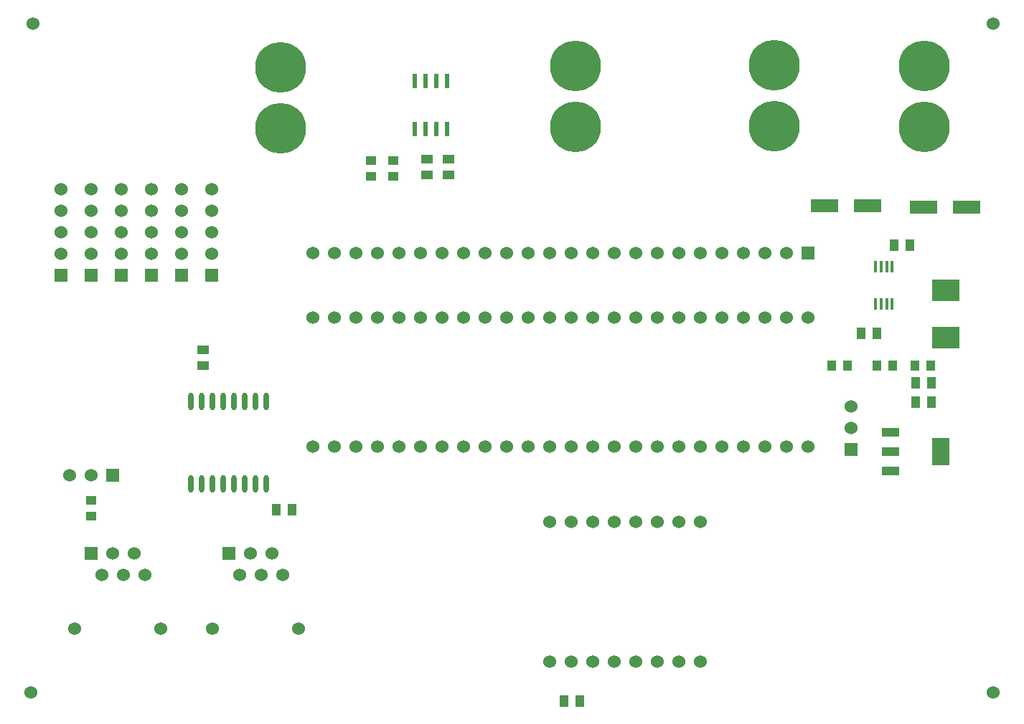
<source format=gbr>
%TF.GenerationSoftware,Altium Limited,Altium Designer,19.1.8 (144)*%
G04 Layer_Color=255*
%FSLAX26Y26*%
%MOIN*%
%TF.FileFunction,Pads,Top*%
%TF.Part,Single*%
G01*
G75*
%TA.AperFunction,SMDPad,CuDef*%
%ADD10R,0.125984X0.062992*%
%ADD11R,0.017716X0.057087*%
%ADD12R,0.084646X0.039370*%
%ADD13R,0.084646X0.127953*%
%ADD14R,0.051181X0.041339*%
%ADD15O,0.025591X0.082677*%
%ADD16R,0.023622X0.068898*%
%ADD17R,0.041339X0.051181*%
%ADD18R,0.127953X0.098425*%
%ADD19R,0.055118X0.041339*%
%ADD20R,0.041339X0.055118*%
%TA.AperFunction,ComponentPad*%
%ADD27C,0.060000*%
%ADD28R,0.060000X0.060000*%
%ADD29C,0.236220*%
%ADD30R,0.060000X0.060000*%
%TA.AperFunction,WasherPad*%
%ADD31C,0.060000*%
D10*
X3836000Y2393000D02*
D03*
X4036787D02*
D03*
X4497787Y2386000D02*
D03*
X4297000D02*
D03*
D11*
X4074409Y2110001D02*
D03*
X4100000D02*
D03*
X4125590D02*
D03*
X4151181D02*
D03*
Y1936773D02*
D03*
X4125590D02*
D03*
X4100000D02*
D03*
X4074409D02*
D03*
D12*
X4144842Y1340551D02*
D03*
Y1250000D02*
D03*
Y1159449D02*
D03*
D13*
X4375158Y1250000D02*
D03*
D14*
X1835000Y2602835D02*
D03*
Y2530000D02*
D03*
X1730000Y2529999D02*
D03*
Y2602834D02*
D03*
X430001Y950000D02*
D03*
Y1022835D02*
D03*
D15*
X895000Y1099055D02*
D03*
X945000D02*
D03*
X995000D02*
D03*
X1045000D02*
D03*
X1095000D02*
D03*
X1145000D02*
D03*
X1195000D02*
D03*
X1245000D02*
D03*
X895000Y1480945D02*
D03*
X945000D02*
D03*
X995000D02*
D03*
X1045000D02*
D03*
X1095000D02*
D03*
X1145000D02*
D03*
X1195000D02*
D03*
X1245000D02*
D03*
D16*
X2085000Y2971220D02*
D03*
X2035000D02*
D03*
X1985000D02*
D03*
X1935000D02*
D03*
X2085000Y2748780D02*
D03*
X2035000D02*
D03*
X1985000D02*
D03*
X1935000D02*
D03*
D17*
X4080000Y1650000D02*
D03*
X4152835D02*
D03*
X3870000Y1650001D02*
D03*
X3942834D02*
D03*
X4257166Y1649999D02*
D03*
X4330001D02*
D03*
D18*
X4400000Y1779527D02*
D03*
Y2000000D02*
D03*
D19*
X950000Y1722835D02*
D03*
Y1650000D02*
D03*
X2090001Y2537166D02*
D03*
Y2610001D02*
D03*
X1990001Y2537165D02*
D03*
Y2610000D02*
D03*
D20*
X1290000Y980001D02*
D03*
X1362835D02*
D03*
X2627165Y89999D02*
D03*
X2699999D02*
D03*
X4232835Y2210001D02*
D03*
X4160000D02*
D03*
X4332835Y1569999D02*
D03*
X4260000D02*
D03*
X4332834Y1479999D02*
D03*
X4259999D02*
D03*
X4007166Y1800001D02*
D03*
X4080001D02*
D03*
D27*
X1458583Y1271417D02*
D03*
X1558583D02*
D03*
X1658583D02*
D03*
X1758583D02*
D03*
X1858583D02*
D03*
X1958583D02*
D03*
X2058583D02*
D03*
X2158583D02*
D03*
X2258583D02*
D03*
X2358583D02*
D03*
X2458583D02*
D03*
X2558583D02*
D03*
X2658583D02*
D03*
X2758583D02*
D03*
Y1871417D02*
D03*
X2658583D02*
D03*
X2558583D02*
D03*
X2458583D02*
D03*
X2358583D02*
D03*
X2258583D02*
D03*
X2158583D02*
D03*
X2058583D02*
D03*
X1958583D02*
D03*
X1858583D02*
D03*
X1758583D02*
D03*
X2958583Y1271417D02*
D03*
X3058583D02*
D03*
X3158583D02*
D03*
X3258583D02*
D03*
X3358583D02*
D03*
X3458583D02*
D03*
X3558583D02*
D03*
X3658583D02*
D03*
X3758583D02*
D03*
Y1871417D02*
D03*
X3658583D02*
D03*
X3558583D02*
D03*
X3458583D02*
D03*
X3358583D02*
D03*
X3258583D02*
D03*
X3158583D02*
D03*
X2858583Y1271417D02*
D03*
X1658583Y1871417D02*
D03*
X1558583D02*
D03*
X1458583D02*
D03*
X2858583D02*
D03*
X2958583D02*
D03*
X3058583D02*
D03*
X2658583Y271417D02*
D03*
X2558583D02*
D03*
X2658583Y921417D02*
D03*
X2558583D02*
D03*
X2858583Y271417D02*
D03*
X2758583D02*
D03*
X2858583Y921417D02*
D03*
X2758583D02*
D03*
X3058583Y271417D02*
D03*
X2958583D02*
D03*
X3058583Y921417D02*
D03*
X2958583D02*
D03*
X3158583D02*
D03*
X3258583D02*
D03*
X3158583Y271417D02*
D03*
X3258583D02*
D03*
X3960000Y1460000D02*
D03*
Y1360000D02*
D03*
X290000Y2470000D02*
D03*
Y2170000D02*
D03*
Y2270000D02*
D03*
Y2370000D02*
D03*
X430000Y2470000D02*
D03*
Y2170000D02*
D03*
Y2270000D02*
D03*
Y2370000D02*
D03*
X570000Y2470000D02*
D03*
Y2170000D02*
D03*
Y2270000D02*
D03*
Y2370000D02*
D03*
X710000Y2470000D02*
D03*
Y2170000D02*
D03*
Y2270000D02*
D03*
Y2370000D02*
D03*
X850000Y2470000D02*
D03*
Y2170000D02*
D03*
Y2270000D02*
D03*
Y2370000D02*
D03*
X990000Y2470000D02*
D03*
Y2170000D02*
D03*
Y2270000D02*
D03*
Y2370000D02*
D03*
X678583Y676417D02*
D03*
X578583D02*
D03*
X478583D02*
D03*
X628583Y776417D02*
D03*
X528583D02*
D03*
X753583Y426417D02*
D03*
X353583D02*
D03*
X1318583Y676417D02*
D03*
X1218583D02*
D03*
X1118583D02*
D03*
X1268583Y776417D02*
D03*
X1168583D02*
D03*
X1393583Y426417D02*
D03*
X993583D02*
D03*
X1558583Y2171417D02*
D03*
X1658583D02*
D03*
X1758583D02*
D03*
X1858583D02*
D03*
X2258583D02*
D03*
X2158583D02*
D03*
X2058583D02*
D03*
X1958583D02*
D03*
X2658583D02*
D03*
X2558583D02*
D03*
X2458583D02*
D03*
X2358583D02*
D03*
X3058583D02*
D03*
X2958583D02*
D03*
X2858583D02*
D03*
X2758583D02*
D03*
X3458583D02*
D03*
X3558583D02*
D03*
X3658583D02*
D03*
X3158583D02*
D03*
X3258583D02*
D03*
X3358583D02*
D03*
X1458583D02*
D03*
X330000Y1140000D02*
D03*
X430000D02*
D03*
D28*
X3960000Y1260000D02*
D03*
X290000Y2070000D02*
D03*
X430000D02*
D03*
X570000D02*
D03*
X710000D02*
D03*
X850000D02*
D03*
X990000D02*
D03*
D29*
X4300000Y3043465D02*
D03*
Y2760000D02*
D03*
X3603583Y3044882D02*
D03*
Y2761417D02*
D03*
X1308780Y3036417D02*
D03*
Y2752953D02*
D03*
X2678780Y3041417D02*
D03*
Y2757953D02*
D03*
D30*
X428583Y776417D02*
D03*
X1068583D02*
D03*
X3758583Y2171417D02*
D03*
X530000Y1140000D02*
D03*
D31*
X4620000Y3240000D02*
D03*
Y130000D02*
D03*
X150000D02*
D03*
X160000Y3240000D02*
D03*
%TF.MD5,aa88ee36b5e39db5c892f832287472d3*%
M02*

</source>
